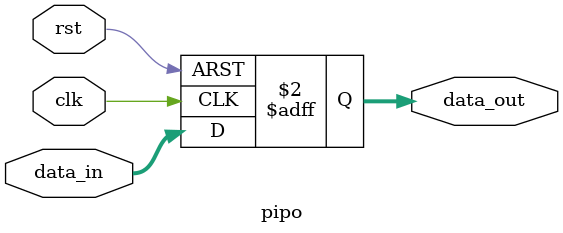
<source format=v>
module pipo #(parameter WIDTH=4)(data_in,clk,rst,data_out);
  input [WIDTH-1:0] data_in;
  input clk,rst;
  output reg [WIDTH-1:0] data_out;
  
  always@(posedge clk or posedge rst)
    begin
      if(rst)
        data_out<=4'b0000;
      else
        data_out<=data_in;
        end
        endmodule

</source>
